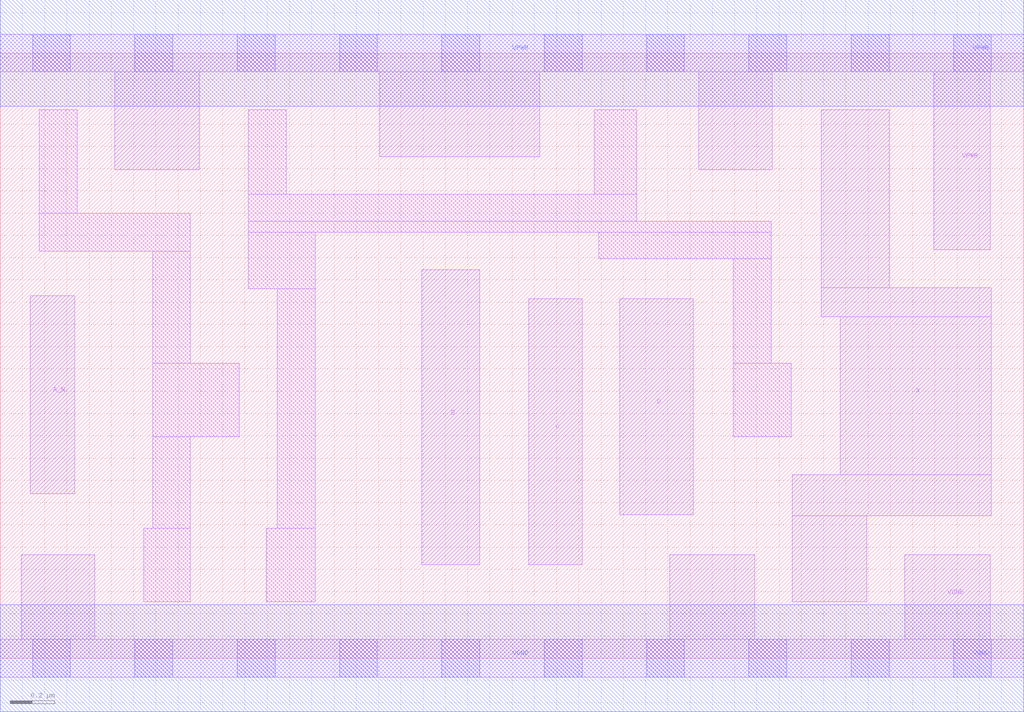
<source format=lef>
# Copyright 2020 The SkyWater PDK Authors
#
# Licensed under the Apache License, Version 2.0 (the "License");
# you may not use this file except in compliance with the License.
# You may obtain a copy of the License at
#
#     https://www.apache.org/licenses/LICENSE-2.0
#
# Unless required by applicable law or agreed to in writing, software
# distributed under the License is distributed on an "AS IS" BASIS,
# WITHOUT WARRANTIES OR CONDITIONS OF ANY KIND, either express or implied.
# See the License for the specific language governing permissions and
# limitations under the License.
#
# SPDX-License-Identifier: Apache-2.0

VERSION 5.7 ;
  NAMESCASESENSITIVE ON ;
  NOWIREEXTENSIONATPIN ON ;
  DIVIDERCHAR "/" ;
  BUSBITCHARS "[]" ;
UNITS
  DATABASE MICRONS 200 ;
END UNITS
PROPERTYDEFINITIONS
  MACRO maskLayoutSubType STRING ;
  MACRO prCellType STRING ;
  MACRO originalViewName STRING ;
END PROPERTYDEFINITIONS
MACRO sky130_fd_sc_hdll__and4b_2
  CLASS CORE ;
  FOREIGN sky130_fd_sc_hdll__and4b_2 ;
  ORIGIN  0.000000  0.000000 ;
  SIZE  4.600000 BY  2.720000 ;
  SYMMETRY X Y R90 ;
  SITE unithd ;
  PIN A_N
    ANTENNAGATEAREA  0.138600 ;
    DIRECTION INPUT ;
    USE SIGNAL ;
    PORT
      LAYER li1 ;
        RECT 0.135000 0.740000 0.335000 1.630000 ;
    END
  END A_N
  PIN B
    ANTENNAGATEAREA  0.138600 ;
    DIRECTION INPUT ;
    USE SIGNAL ;
    PORT
      LAYER li1 ;
        RECT 1.895000 0.420000 2.155000 1.745000 ;
    END
  END B
  PIN C
    ANTENNAGATEAREA  0.138600 ;
    DIRECTION INPUT ;
    USE SIGNAL ;
    PORT
      LAYER li1 ;
        RECT 2.375000 0.420000 2.615000 1.615000 ;
    END
  END C
  PIN D
    ANTENNAGATEAREA  0.138600 ;
    DIRECTION INPUT ;
    USE SIGNAL ;
    PORT
      LAYER li1 ;
        RECT 2.785000 0.645000 3.115000 1.615000 ;
    END
  END D
  PIN VGND
    ANTENNADIFFAREA  0.539650 ;
    DIRECTION INOUT ;
    USE SIGNAL ;
    PORT
      LAYER li1 ;
        RECT 0.000000 -0.085000 4.600000 0.085000 ;
        RECT 0.095000  0.085000 0.425000 0.465000 ;
        RECT 3.010000  0.085000 3.390000 0.465000 ;
        RECT 4.065000  0.085000 4.450000 0.465000 ;
      LAYER mcon ;
        RECT 0.145000 -0.085000 0.315000 0.085000 ;
        RECT 0.605000 -0.085000 0.775000 0.085000 ;
        RECT 1.065000 -0.085000 1.235000 0.085000 ;
        RECT 1.525000 -0.085000 1.695000 0.085000 ;
        RECT 1.985000 -0.085000 2.155000 0.085000 ;
        RECT 2.445000 -0.085000 2.615000 0.085000 ;
        RECT 2.905000 -0.085000 3.075000 0.085000 ;
        RECT 3.365000 -0.085000 3.535000 0.085000 ;
        RECT 3.825000 -0.085000 3.995000 0.085000 ;
        RECT 4.285000 -0.085000 4.455000 0.085000 ;
      LAYER met1 ;
        RECT 0.000000 -0.240000 4.600000 0.240000 ;
    END
  END VGND
  PIN VPWR
    ANTENNADIFFAREA  0.856300 ;
    DIRECTION INOUT ;
    USE SIGNAL ;
    PORT
      LAYER li1 ;
        RECT 0.000000 2.635000 4.600000 2.805000 ;
        RECT 0.515000 2.195000 0.895000 2.635000 ;
        RECT 1.705000 2.255000 2.425000 2.635000 ;
        RECT 3.140000 2.195000 3.470000 2.635000 ;
        RECT 4.195000 1.835000 4.450000 2.635000 ;
      LAYER mcon ;
        RECT 0.145000 2.635000 0.315000 2.805000 ;
        RECT 0.605000 2.635000 0.775000 2.805000 ;
        RECT 1.065000 2.635000 1.235000 2.805000 ;
        RECT 1.525000 2.635000 1.695000 2.805000 ;
        RECT 1.985000 2.635000 2.155000 2.805000 ;
        RECT 2.445000 2.635000 2.615000 2.805000 ;
        RECT 2.905000 2.635000 3.075000 2.805000 ;
        RECT 3.365000 2.635000 3.535000 2.805000 ;
        RECT 3.825000 2.635000 3.995000 2.805000 ;
        RECT 4.285000 2.635000 4.455000 2.805000 ;
      LAYER met1 ;
        RECT 0.000000 2.480000 4.600000 2.960000 ;
    END
  END VPWR
  PIN X
    ANTENNADIFFAREA  0.555750 ;
    DIRECTION OUTPUT ;
    USE SIGNAL ;
    PORT
      LAYER li1 ;
        RECT 3.560000 0.255000 3.895000 0.640000 ;
        RECT 3.560000 0.640000 4.455000 0.825000 ;
        RECT 3.690000 1.535000 4.455000 1.665000 ;
        RECT 3.690000 1.665000 3.995000 2.465000 ;
        RECT 3.775000 0.825000 4.455000 1.535000 ;
    END
  END X
  OBS
    LAYER li1 ;
      RECT 0.175000 1.830000 0.855000 2.000000 ;
      RECT 0.175000 2.000000 0.345000 2.465000 ;
      RECT 0.645000 0.255000 0.855000 0.585000 ;
      RECT 0.685000 0.585000 0.855000 0.995000 ;
      RECT 0.685000 0.995000 1.075000 1.325000 ;
      RECT 0.685000 1.325000 0.855000 1.830000 ;
      RECT 1.115000 1.660000 1.415000 1.915000 ;
      RECT 1.115000 1.915000 3.465000 1.965000 ;
      RECT 1.115000 1.965000 2.860000 2.085000 ;
      RECT 1.115000 2.085000 1.285000 2.465000 ;
      RECT 1.195000 0.255000 1.415000 0.585000 ;
      RECT 1.245000 0.585000 1.415000 1.660000 ;
      RECT 2.670000 2.085000 2.860000 2.465000 ;
      RECT 2.690000 1.795000 3.465000 1.915000 ;
      RECT 3.295000 0.995000 3.555000 1.325000 ;
      RECT 3.295000 1.325000 3.465000 1.795000 ;
  END
  PROPERTY maskLayoutSubType "abstract" ;
  PROPERTY prCellType "standard" ;
  PROPERTY originalViewName "layout" ;
END sky130_fd_sc_hdll__and4b_2

</source>
